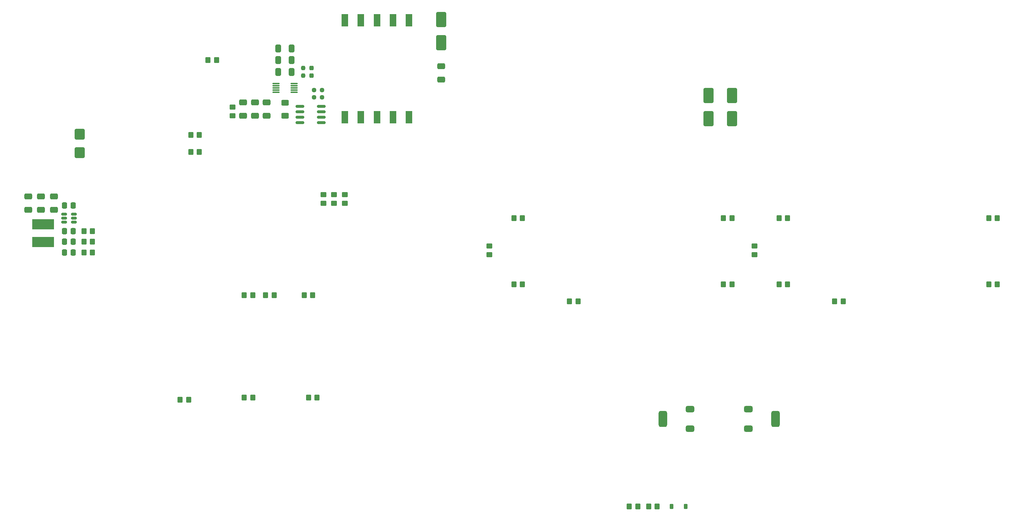
<source format=gtp>
%TF.GenerationSoftware,KiCad,Pcbnew,9.0.3*%
%TF.CreationDate,2025-11-21T22:03:05+01:00*%
%TF.ProjectId,Gaus-Beschleuniger,47617573-2d42-4657-9363-686c65756e69,v1.0.0*%
%TF.SameCoordinates,Original*%
%TF.FileFunction,Paste,Top*%
%TF.FilePolarity,Positive*%
%FSLAX46Y46*%
G04 Gerber Fmt 4.6, Leading zero omitted, Abs format (unit mm)*
G04 Created by KiCad (PCBNEW 9.0.3) date 2025-11-21 22:03:05*
%MOMM*%
%LPD*%
G01*
G04 APERTURE LIST*
G04 Aperture macros list*
%AMRoundRect*
0 Rectangle with rounded corners*
0 $1 Rounding radius*
0 $2 $3 $4 $5 $6 $7 $8 $9 X,Y pos of 4 corners*
0 Add a 4 corners polygon primitive as box body*
4,1,4,$2,$3,$4,$5,$6,$7,$8,$9,$2,$3,0*
0 Add four circle primitives for the rounded corners*
1,1,$1+$1,$2,$3*
1,1,$1+$1,$4,$5*
1,1,$1+$1,$6,$7*
1,1,$1+$1,$8,$9*
0 Add four rect primitives between the rounded corners*
20,1,$1+$1,$2,$3,$4,$5,0*
20,1,$1+$1,$4,$5,$6,$7,0*
20,1,$1+$1,$6,$7,$8,$9,0*
20,1,$1+$1,$8,$9,$2,$3,0*%
G04 Aperture macros list end*
%ADD10RoundRect,0.250000X0.900000X-1.500000X0.900000X1.500000X-0.900000X1.500000X-0.900000X-1.500000X0*%
%ADD11RoundRect,0.250000X0.625000X-0.400000X0.625000X0.400000X-0.625000X0.400000X-0.625000X-0.400000X0*%
%ADD12RoundRect,0.250000X-0.650000X0.412500X-0.650000X-0.412500X0.650000X-0.412500X0.650000X0.412500X0*%
%ADD13RoundRect,0.250000X0.350000X0.450000X-0.350000X0.450000X-0.350000X-0.450000X0.350000X-0.450000X0*%
%ADD14RoundRect,0.250000X-0.350000X-0.450000X0.350000X-0.450000X0.350000X0.450000X-0.350000X0.450000X0*%
%ADD15RoundRect,0.250000X0.337500X0.475000X-0.337500X0.475000X-0.337500X-0.475000X0.337500X-0.475000X0*%
%ADD16RoundRect,0.250000X-0.337500X-0.475000X0.337500X-0.475000X0.337500X0.475000X-0.337500X0.475000X0*%
%ADD17RoundRect,0.250000X0.450000X-0.350000X0.450000X0.350000X-0.450000X0.350000X-0.450000X-0.350000X0*%
%ADD18RoundRect,0.237500X-0.250000X-0.237500X0.250000X-0.237500X0.250000X0.237500X-0.250000X0.237500X0*%
%ADD19RoundRect,0.237500X0.237500X-0.250000X0.237500X0.250000X-0.237500X0.250000X-0.237500X-0.250000X0*%
%ADD20RoundRect,0.250000X-0.450000X0.350000X-0.450000X-0.350000X0.450000X-0.350000X0.450000X0.350000X0*%
%ADD21RoundRect,0.250000X0.650000X-0.412500X0.650000X0.412500X-0.650000X0.412500X-0.650000X-0.412500X0*%
%ADD22RoundRect,0.150000X0.512500X0.150000X-0.512500X0.150000X-0.512500X-0.150000X0.512500X-0.150000X0*%
%ADD23RoundRect,0.225000X0.225000X0.375000X-0.225000X0.375000X-0.225000X-0.375000X0.225000X-0.375000X0*%
%ADD24RoundRect,0.375000X0.625000X0.375000X-0.625000X0.375000X-0.625000X-0.375000X0.625000X-0.375000X0*%
%ADD25RoundRect,0.500000X0.500000X1.400000X-0.500000X1.400000X-0.500000X-1.400000X0.500000X-1.400000X0*%
%ADD26RoundRect,0.250000X-0.412500X-0.650000X0.412500X-0.650000X0.412500X0.650000X-0.412500X0.650000X0*%
%ADD27RoundRect,0.237500X0.237500X-0.300000X0.237500X0.300000X-0.237500X0.300000X-0.237500X-0.300000X0*%
%ADD28RoundRect,0.087500X-0.725000X-0.087500X0.725000X-0.087500X0.725000X0.087500X-0.725000X0.087500X0*%
%ADD29RoundRect,0.150000X-0.825000X-0.150000X0.825000X-0.150000X0.825000X0.150000X-0.825000X0.150000X0*%
%ADD30R,5.100000X2.350000*%
%ADD31RoundRect,0.250000X-0.900000X1.000000X-0.900000X-1.000000X0.900000X-1.000000X0.900000X1.000000X0*%
%ADD32R,1.520000X2.920000*%
%ADD33RoundRect,0.375000X-0.625000X-0.375000X0.625000X-0.375000X0.625000X0.375000X-0.625000X0.375000X0*%
%ADD34RoundRect,0.500000X-0.500000X-1.400000X0.500000X-1.400000X0.500000X1.400000X-0.500000X1.400000X0*%
G04 APERTURE END LIST*
D10*
%TO.C,D16*%
X150000000Y-101450000D03*
X150000000Y-96050000D03*
%TD*%
D11*
%TO.C,R26*%
X113500000Y-118550000D03*
X113500000Y-115450000D03*
%TD*%
D12*
%TO.C,C21*%
X103750000Y-115437500D03*
X103750000Y-118562500D03*
%TD*%
D13*
%TO.C,R36*%
X120000000Y-160500000D03*
X118000000Y-160500000D03*
%TD*%
D14*
%TO.C,R14*%
X229000000Y-142500000D03*
X231000000Y-142500000D03*
%TD*%
D13*
%TO.C,R42*%
X93500000Y-123000000D03*
X91500000Y-123000000D03*
%TD*%
D15*
%TO.C,C13*%
X64037500Y-145500000D03*
X61962500Y-145500000D03*
%TD*%
D10*
%TO.C,D5*%
X212500000Y-119200000D03*
X212500000Y-113800000D03*
%TD*%
D16*
%TO.C,C14*%
X61962500Y-148000000D03*
X64037500Y-148000000D03*
%TD*%
D17*
%TO.C,R40*%
X122500000Y-139000000D03*
X122500000Y-137000000D03*
%TD*%
D18*
%TO.C,R29*%
X120337500Y-112500000D03*
X122162500Y-112500000D03*
%TD*%
D12*
%TO.C,C20*%
X106500000Y-115437500D03*
X106500000Y-118562500D03*
%TD*%
D19*
%TO.C,R28*%
X117750000Y-109162500D03*
X117750000Y-107337500D03*
%TD*%
D20*
%TO.C,R31*%
X101250000Y-116500000D03*
X101250000Y-118500000D03*
%TD*%
D21*
%TO.C,C12*%
X59500000Y-140562500D03*
X59500000Y-137437500D03*
%TD*%
D13*
%TO.C,R24*%
X244000000Y-162000000D03*
X242000000Y-162000000D03*
%TD*%
D10*
%TO.C,D25*%
X218000000Y-119200000D03*
X218000000Y-113800000D03*
%TD*%
D20*
%TO.C,R3*%
X161250000Y-149000000D03*
X161250000Y-151000000D03*
%TD*%
%TO.C,R20*%
X223250000Y-149000000D03*
X223250000Y-151000000D03*
%TD*%
D22*
%TO.C,U1*%
X64137500Y-143450000D03*
X64137500Y-142500000D03*
X64137500Y-141550000D03*
X61862500Y-141550000D03*
X61862500Y-142500000D03*
X61862500Y-143450000D03*
%TD*%
D13*
%TO.C,R38*%
X106000000Y-160500000D03*
X104000000Y-160500000D03*
%TD*%
%TO.C,R17*%
X280000000Y-158000000D03*
X278000000Y-158000000D03*
%TD*%
D23*
%TO.C,D24*%
X207150000Y-210000000D03*
X203850000Y-210000000D03*
%TD*%
D13*
%TO.C,R25*%
X68500000Y-145500000D03*
X66500000Y-145500000D03*
%TD*%
D18*
%TO.C,R27*%
X120337500Y-114250000D03*
X122162500Y-114250000D03*
%TD*%
D24*
%TO.C,Q1*%
X208150000Y-191800000D03*
D25*
X201850000Y-189500000D03*
D24*
X208150000Y-187200000D03*
%TD*%
D14*
%TO.C,R33*%
X109000000Y-160500000D03*
X111000000Y-160500000D03*
%TD*%
D16*
%TO.C,C15*%
X61962500Y-150500000D03*
X64037500Y-150500000D03*
%TD*%
D14*
%TO.C,R15*%
X229000000Y-158000000D03*
X231000000Y-158000000D03*
%TD*%
D13*
%TO.C,R10*%
X182000000Y-162000000D03*
X180000000Y-162000000D03*
%TD*%
D16*
%TO.C,C9*%
X61962500Y-139500000D03*
X64037500Y-139500000D03*
%TD*%
D12*
%TO.C,C19*%
X109250000Y-115437500D03*
X109250000Y-118562500D03*
%TD*%
D26*
%TO.C,C18*%
X111937500Y-102750000D03*
X115062500Y-102750000D03*
%TD*%
D13*
%TO.C,R13*%
X218000000Y-158000000D03*
X216000000Y-158000000D03*
%TD*%
D27*
%TO.C,C22*%
X119750000Y-109112500D03*
X119750000Y-107387500D03*
%TD*%
D13*
%TO.C,R32*%
X93500000Y-127000000D03*
X91500000Y-127000000D03*
%TD*%
D14*
%TO.C,R1*%
X66500000Y-150500000D03*
X68500000Y-150500000D03*
%TD*%
D13*
%TO.C,R6*%
X196000000Y-210000000D03*
X194000000Y-210000000D03*
%TD*%
%TO.C,R2*%
X68500000Y-148000000D03*
X66500000Y-148000000D03*
%TD*%
D28*
%TO.C,U2*%
X111387500Y-111000000D03*
X111387500Y-111500000D03*
X111387500Y-112000000D03*
X111387500Y-112500000D03*
X111387500Y-113000000D03*
X115612500Y-113000000D03*
X115612500Y-112500000D03*
X115612500Y-112000000D03*
X115612500Y-111500000D03*
X115612500Y-111000000D03*
%TD*%
D21*
%TO.C,C10*%
X53500000Y-140562500D03*
X53500000Y-137437500D03*
%TD*%
%TO.C,C11*%
X56500000Y-140562500D03*
X56500000Y-137437500D03*
%TD*%
D29*
%TO.C,Q9*%
X117025000Y-116345000D03*
X117025000Y-117615000D03*
X117025000Y-118885000D03*
X117025000Y-120155000D03*
X121975000Y-120155000D03*
X121975000Y-118885000D03*
X121975000Y-117615000D03*
X121975000Y-116345000D03*
%TD*%
D14*
%TO.C,R35*%
X104000000Y-184500000D03*
X106000000Y-184500000D03*
%TD*%
D20*
%TO.C,R37*%
X127500000Y-137000000D03*
X127500000Y-139000000D03*
%TD*%
D14*
%TO.C,R11*%
X167000000Y-158000000D03*
X169000000Y-158000000D03*
%TD*%
D20*
%TO.C,R39*%
X125000000Y-137000000D03*
X125000000Y-139000000D03*
%TD*%
D14*
%TO.C,R30*%
X95500000Y-105500000D03*
X97500000Y-105500000D03*
%TD*%
%TO.C,R34*%
X89000000Y-185000000D03*
X91000000Y-185000000D03*
%TD*%
D13*
%TO.C,R12*%
X218000000Y-142500000D03*
X216000000Y-142500000D03*
%TD*%
D30*
%TO.C,L1*%
X57000000Y-143925000D03*
X57000000Y-148075000D03*
%TD*%
D13*
%TO.C,R7*%
X200500000Y-210000000D03*
X198500000Y-210000000D03*
%TD*%
D12*
%TO.C,C26*%
X150000000Y-106937500D03*
X150000000Y-110062500D03*
%TD*%
D31*
%TO.C,D1*%
X65500000Y-122850000D03*
X65500000Y-127150000D03*
%TD*%
D32*
%TO.C,TR1*%
X142500000Y-96170000D03*
X138750000Y-96170000D03*
X135000000Y-96170000D03*
X131250000Y-96170000D03*
X127500000Y-96170000D03*
X127500000Y-118830000D03*
X131250000Y-118830000D03*
X135000000Y-118830000D03*
X138750000Y-118830000D03*
X142500000Y-118830000D03*
%TD*%
D14*
%TO.C,R41*%
X119000000Y-184500000D03*
X121000000Y-184500000D03*
%TD*%
%TO.C,R5*%
X167000000Y-142500000D03*
X169000000Y-142500000D03*
%TD*%
D26*
%TO.C,C17*%
X111937500Y-105500000D03*
X115062500Y-105500000D03*
%TD*%
%TO.C,C16*%
X111937500Y-108250000D03*
X115062500Y-108250000D03*
%TD*%
D33*
%TO.C,Q2*%
X221850000Y-187200000D03*
D34*
X228150000Y-189500000D03*
D33*
X221850000Y-191800000D03*
%TD*%
D13*
%TO.C,R16*%
X280000000Y-142500000D03*
X278000000Y-142500000D03*
%TD*%
M02*

</source>
